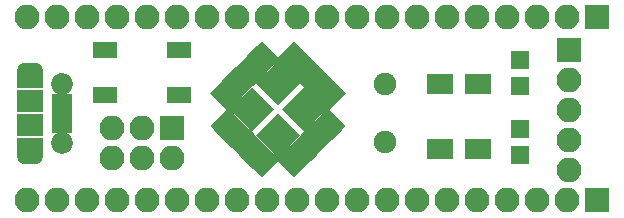
<source format=gts>
%TF.GenerationSoftware,KiCad,Pcbnew,4.0.7*%
%TF.CreationDate,2017-11-07T18:20:37+08:00*%
%TF.ProjectId,STM32F401CCT6,53544D333246343031434354362E6B69,rev?*%
%TF.FileFunction,Soldermask,Top*%
%FSLAX46Y46*%
G04 Gerber Fmt 4.6, Leading zero omitted, Abs format (unit mm)*
G04 Created by KiCad (PCBNEW 4.0.7) date 11/07/17 18:20:37*
%MOMM*%
%LPD*%
G01*
G04 APERTURE LIST*
%ADD10C,0.100000*%
%ADD11R,2.100000X2.100000*%
%ADD12O,2.100000X2.100000*%
%ADD13R,2.300000X1.900000*%
%ADD14C,1.850000*%
%ADD15R,1.750000X0.800000*%
%ADD16O,2.300000X1.600000*%
%ADD17R,2.300000X1.600000*%
%ADD18R,2.100000X1.400000*%
%ADD19R,1.600000X1.600000*%
%ADD20C,1.900000*%
%ADD21R,2.300000X1.700000*%
G04 APERTURE END LIST*
D10*
D11*
X-430000Y15700000D03*
D12*
X-2970000Y15700000D03*
X-5510000Y15700000D03*
X-8050000Y15700000D03*
X-10590000Y15700000D03*
X-13130000Y15700000D03*
X-15670000Y15700000D03*
X-18210000Y15700000D03*
X-20750000Y15700000D03*
X-23290000Y15700000D03*
X-25830000Y15700000D03*
X-28370000Y15700000D03*
X-30910000Y15700000D03*
X-33450000Y15700000D03*
X-35990000Y15700000D03*
X-38530000Y15700000D03*
X-41070000Y15700000D03*
X-43610000Y15700000D03*
X-46150000Y15700000D03*
X-48690000Y15700000D03*
D11*
X-430000Y200000D03*
D12*
X-2970000Y200000D03*
X-5510000Y200000D03*
X-8050000Y200000D03*
X-10590000Y200000D03*
X-13130000Y200000D03*
X-15670000Y200000D03*
X-18210000Y200000D03*
X-20750000Y200000D03*
X-23290000Y200000D03*
X-25830000Y200000D03*
X-28370000Y200000D03*
X-30910000Y200000D03*
X-33450000Y200000D03*
X-35990000Y200000D03*
X-38530000Y200000D03*
X-41070000Y200000D03*
X-43610000Y200000D03*
X-46150000Y200000D03*
X-48690000Y200000D03*
D11*
X-36472000Y6302000D03*
D12*
X-36472000Y3762000D03*
X-39012000Y6302000D03*
X-39012000Y3762000D03*
X-41552000Y6302000D03*
X-41552000Y3762000D03*
D13*
X-48470000Y6580000D03*
D14*
X-45770000Y10080000D03*
D15*
X-45770000Y8230000D03*
X-45770000Y8880000D03*
X-45770000Y6280000D03*
X-45770000Y6930000D03*
X-45770000Y7580000D03*
D14*
X-45770000Y5080000D03*
D13*
X-48470000Y8580000D03*
D16*
X-48470000Y11080000D03*
X-48470000Y4080000D03*
D17*
X-48470000Y4680000D03*
X-48470000Y10480000D03*
D18*
X-42130000Y12920000D03*
X-35830000Y12920000D03*
X-42130000Y9120000D03*
X-35830000Y9120000D03*
D11*
X-2810000Y12900000D03*
D12*
X-2810000Y10360000D03*
X-2810000Y7820000D03*
X-2810000Y5280000D03*
X-2810000Y2740000D03*
D19*
X-6990000Y12060000D03*
X-6990000Y9860000D03*
X-6990000Y6220000D03*
X-6990000Y4020000D03*
D20*
X-18440000Y5160000D03*
X-18440000Y10040000D03*
D21*
X-10560000Y4590000D03*
X-10560000Y10090000D03*
X-13760000Y10090000D03*
X-13760000Y4590000D03*
D10*
G36*
X-23233565Y8056128D02*
X-21713286Y6535849D01*
X-22208261Y6040874D01*
X-23728540Y7561153D01*
X-23233565Y8056128D01*
X-23233565Y8056128D01*
G37*
G36*
X-23587118Y7702575D02*
X-22066839Y6182296D01*
X-22561814Y5687321D01*
X-24082093Y7207600D01*
X-23587118Y7702575D01*
X-23587118Y7702575D01*
G37*
G36*
X-23940672Y7349021D02*
X-22420393Y5828742D01*
X-22915368Y5333767D01*
X-24435647Y6854046D01*
X-23940672Y7349021D01*
X-23940672Y7349021D01*
G37*
G36*
X-24294225Y6995468D02*
X-22773946Y5475189D01*
X-23268921Y4980214D01*
X-24789200Y6500493D01*
X-24294225Y6995468D01*
X-24294225Y6995468D01*
G37*
G36*
X-24647778Y6641915D02*
X-23127499Y5121636D01*
X-23622474Y4626661D01*
X-25142753Y6146940D01*
X-24647778Y6641915D01*
X-24647778Y6641915D01*
G37*
G36*
X-23976028Y4273107D02*
X-25496307Y5793386D01*
X-25001332Y6288361D01*
X-23481053Y4768082D01*
X-23976028Y4273107D01*
X-23976028Y4273107D01*
G37*
G36*
X-25354885Y5934808D02*
X-23834606Y4414529D01*
X-24329581Y3919554D01*
X-25849860Y5439833D01*
X-25354885Y5934808D01*
X-25354885Y5934808D01*
G37*
G36*
X-25708439Y5581254D02*
X-24188160Y4060975D01*
X-24683135Y3566000D01*
X-26203414Y5086279D01*
X-25708439Y5581254D01*
X-25708439Y5581254D01*
G37*
G36*
X-26061992Y5227701D02*
X-24541713Y3707422D01*
X-25036688Y3212447D01*
X-26556967Y4732726D01*
X-26061992Y5227701D01*
X-26061992Y5227701D01*
G37*
G36*
X-26415545Y4874148D02*
X-24895266Y3353869D01*
X-25390241Y2858894D01*
X-26910520Y4379173D01*
X-26415545Y4874148D01*
X-26415545Y4874148D01*
G37*
G36*
X-26769099Y4520594D02*
X-25248820Y3000315D01*
X-25743795Y2505340D01*
X-27264074Y4025619D01*
X-26769099Y4520594D01*
X-26769099Y4520594D01*
G37*
G36*
X-27122652Y4167041D02*
X-25602373Y2646762D01*
X-26097348Y2151787D01*
X-27617627Y3672066D01*
X-27122652Y4167041D01*
X-27122652Y4167041D01*
G37*
G36*
X-25849860Y10389581D02*
X-24329581Y11909860D01*
X-23834606Y11414885D01*
X-25354885Y9894606D01*
X-25849860Y10389581D01*
X-25849860Y10389581D01*
G37*
G36*
X-25496307Y10036028D02*
X-23976028Y11556307D01*
X-23481053Y11061332D01*
X-25001332Y9541053D01*
X-25496307Y10036028D01*
X-25496307Y10036028D01*
G37*
G36*
X-25142753Y9682474D02*
X-23622474Y11202753D01*
X-23127499Y10707778D01*
X-24647778Y9187499D01*
X-25142753Y9682474D01*
X-25142753Y9682474D01*
G37*
G36*
X-24789200Y9328921D02*
X-23268921Y10849200D01*
X-22773946Y10354225D01*
X-24294225Y8833946D01*
X-24789200Y9328921D01*
X-24789200Y9328921D01*
G37*
G36*
X-24435647Y8975368D02*
X-22915368Y10495647D01*
X-22420393Y10000672D01*
X-23940672Y8480393D01*
X-24435647Y8975368D01*
X-24435647Y8975368D01*
G37*
G36*
X-24082093Y8621814D02*
X-22561814Y10142093D01*
X-22066839Y9647118D01*
X-23587118Y8126839D01*
X-24082093Y8621814D01*
X-24082093Y8621814D01*
G37*
G36*
X-26203414Y10743135D02*
X-24683135Y12263414D01*
X-24188160Y11768439D01*
X-25708439Y10248160D01*
X-26203414Y10743135D01*
X-26203414Y10743135D01*
G37*
G36*
X-23728540Y8268261D02*
X-22208261Y9788540D01*
X-21713286Y9293565D01*
X-23233565Y7773286D01*
X-23728540Y8268261D01*
X-23728540Y8268261D01*
G37*
G36*
X-26556967Y11096688D02*
X-25036688Y12616967D01*
X-24541713Y12121992D01*
X-26061992Y10601713D01*
X-26556967Y11096688D01*
X-26556967Y11096688D01*
G37*
G36*
X-26910520Y11450241D02*
X-25390241Y12970520D01*
X-24895266Y12475545D01*
X-26415545Y10955266D01*
X-26910520Y11450241D01*
X-26910520Y11450241D01*
G37*
G36*
X-27264074Y11803795D02*
X-25743795Y13324074D01*
X-25248820Y12829099D01*
X-26769099Y11308820D01*
X-27264074Y11803795D01*
X-27264074Y11803795D01*
G37*
G36*
X-27617627Y12157348D02*
X-26097348Y13677627D01*
X-25602373Y13182652D01*
X-27122652Y11662373D01*
X-27617627Y12157348D01*
X-27617627Y12157348D01*
G37*
G36*
X-30976384Y11556307D02*
X-29456105Y10036028D01*
X-29951080Y9541053D01*
X-31471359Y11061332D01*
X-30976384Y11556307D01*
X-30976384Y11556307D01*
G37*
G36*
X-30622831Y11909860D02*
X-29102552Y10389581D01*
X-29597527Y9894606D01*
X-31117806Y11414885D01*
X-30622831Y11909860D01*
X-30622831Y11909860D01*
G37*
G36*
X-30269277Y12263414D02*
X-28748998Y10743135D01*
X-29243973Y10248160D01*
X-30764252Y11768439D01*
X-30269277Y12263414D01*
X-30269277Y12263414D01*
G37*
G36*
X-29915724Y12616967D02*
X-28395445Y11096688D01*
X-28890420Y10601713D01*
X-30410699Y12121992D01*
X-29915724Y12616967D01*
X-29915724Y12616967D01*
G37*
G36*
X-29562171Y12970520D02*
X-28041892Y11450241D01*
X-28536867Y10955266D01*
X-30057146Y12475545D01*
X-29562171Y12970520D01*
X-29562171Y12970520D01*
G37*
G36*
X-29208617Y13324074D02*
X-27688338Y11803795D01*
X-28183313Y11308820D01*
X-29703592Y12829099D01*
X-29208617Y13324074D01*
X-29208617Y13324074D01*
G37*
G36*
X-28855064Y13677627D02*
X-27334785Y12157348D01*
X-27829760Y11662373D01*
X-29350039Y13182652D01*
X-28855064Y13677627D01*
X-28855064Y13677627D01*
G37*
G36*
X-31329938Y11202753D02*
X-29809659Y9682474D01*
X-30304634Y9187499D01*
X-31824913Y10707778D01*
X-31329938Y11202753D01*
X-31329938Y11202753D01*
G37*
G36*
X-31683491Y10849200D02*
X-30163212Y9328921D01*
X-30658187Y8833946D01*
X-32178466Y10354225D01*
X-31683491Y10849200D01*
X-31683491Y10849200D01*
G37*
G36*
X-32037044Y10495647D02*
X-30516765Y8975368D01*
X-31011740Y8480393D01*
X-32532019Y10000672D01*
X-32037044Y10495647D01*
X-32037044Y10495647D01*
G37*
G36*
X-32390598Y10142093D02*
X-30870319Y8621814D01*
X-31365294Y8126839D01*
X-32885573Y9647118D01*
X-32390598Y10142093D01*
X-32390598Y10142093D01*
G37*
G36*
X-32744151Y9788540D02*
X-31223872Y8268261D01*
X-31718847Y7773286D01*
X-33239126Y9293565D01*
X-32744151Y9788540D01*
X-32744151Y9788540D01*
G37*
G36*
X-31117806Y4414529D02*
X-29597527Y5934808D01*
X-29102552Y5439833D01*
X-30622831Y3919554D01*
X-31117806Y4414529D01*
X-31117806Y4414529D01*
G37*
G36*
X-31471359Y4768082D02*
X-29951080Y6288361D01*
X-29456105Y5793386D01*
X-30976384Y4273107D01*
X-31471359Y4768082D01*
X-31471359Y4768082D01*
G37*
G36*
X-30764252Y4060975D02*
X-29243973Y5581254D01*
X-28748998Y5086279D01*
X-30269277Y3566000D01*
X-30764252Y4060975D01*
X-30764252Y4060975D01*
G37*
G36*
X-30410699Y3707422D02*
X-28890420Y5227701D01*
X-28395445Y4732726D01*
X-29915724Y3212447D01*
X-30410699Y3707422D01*
X-30410699Y3707422D01*
G37*
G36*
X-30057146Y3353869D02*
X-28536867Y4874148D01*
X-28041892Y4379173D01*
X-29562171Y2858894D01*
X-30057146Y3353869D01*
X-30057146Y3353869D01*
G37*
G36*
X-29703592Y3000315D02*
X-28183313Y4520594D01*
X-27688338Y4025619D01*
X-29208617Y2505340D01*
X-29703592Y3000315D01*
X-29703592Y3000315D01*
G37*
G36*
X-29350039Y2646762D02*
X-27829760Y4167041D01*
X-27334785Y3672066D01*
X-28855064Y2151787D01*
X-29350039Y2646762D01*
X-29350039Y2646762D01*
G37*
G36*
X-31824913Y5121636D02*
X-30304634Y6641915D01*
X-29809659Y6146940D01*
X-31329938Y4626661D01*
X-31824913Y5121636D01*
X-31824913Y5121636D01*
G37*
G36*
X-32178466Y5475189D02*
X-30658187Y6995468D01*
X-30163212Y6500493D01*
X-31683491Y4980214D01*
X-32178466Y5475189D01*
X-32178466Y5475189D01*
G37*
G36*
X-32532019Y5828742D02*
X-31011740Y7349021D01*
X-30516765Y6854046D01*
X-32037044Y5333767D01*
X-32532019Y5828742D01*
X-32532019Y5828742D01*
G37*
G36*
X-32885573Y6182296D02*
X-31365294Y7702575D01*
X-30870319Y7207600D01*
X-32390598Y5687321D01*
X-32885573Y6182296D01*
X-32885573Y6182296D01*
G37*
G36*
X-33239126Y6535849D02*
X-31718847Y8056128D01*
X-31223872Y7561153D01*
X-32744151Y6040874D01*
X-33239126Y6535849D01*
X-33239126Y6535849D01*
G37*
G36*
X-25284175Y9790237D02*
X-23408645Y7914707D01*
X-25284175Y6039177D01*
X-27159705Y7914707D01*
X-25284175Y9790237D01*
X-25284175Y9790237D01*
G37*
G36*
X-29668237Y9790237D02*
X-27792707Y7914707D01*
X-29668237Y6039177D01*
X-31543767Y7914707D01*
X-29668237Y9790237D01*
X-29668237Y9790237D01*
G37*
G36*
X-27476206Y7598206D02*
X-25600676Y5722676D01*
X-27476206Y3847146D01*
X-29351736Y5722676D01*
X-27476206Y7598206D01*
X-27476206Y7598206D01*
G37*
G36*
X-27476206Y11982268D02*
X-25600676Y10106738D01*
X-27476206Y8231208D01*
X-29351736Y10106738D01*
X-27476206Y11982268D01*
X-27476206Y11982268D01*
G37*
M02*

</source>
